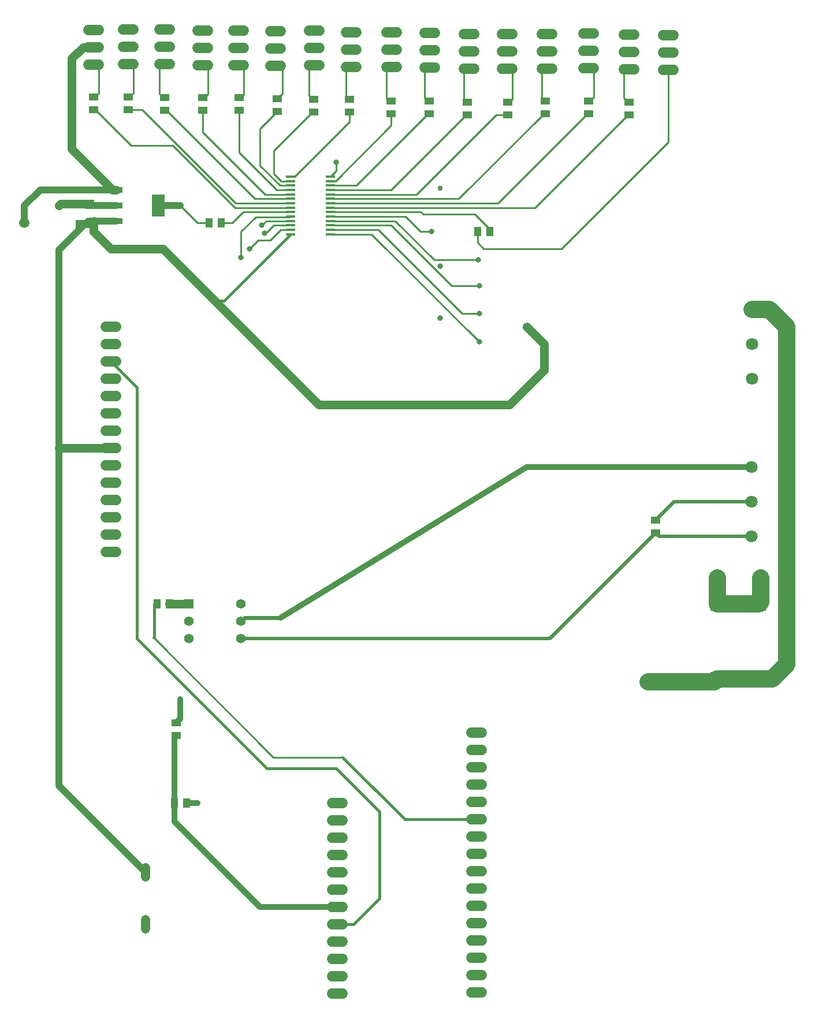
<source format=gbr>
G04 EAGLE Gerber RS-274X export*
G75*
%MOMM*%
%FSLAX34Y34*%
%LPD*%
%INTop Copper*%
%IPPOS*%
%AMOC8*
5,1,8,0,0,1.08239X$1,22.5*%
G01*
G04 Define Apertures*
%ADD10R,2.715300X1.164600*%
%ADD11R,1.860300X0.897900*%
%ADD12R,1.860300X3.189100*%
%ADD13R,2.050000X2.050000*%
%ADD14C,1.524000*%
%ADD15R,1.420200X1.031200*%
%ADD16R,1.031200X1.420200*%
%ADD17C,1.320800*%
%ADD18C,1.800000*%
%ADD19R,1.473200X0.355600*%
%ADD20R,1.408000X1.408000*%
%ADD21C,1.408000*%
%ADD22C,0.254000*%
%ADD23C,1.016000*%
%ADD24C,0.806400*%
%ADD25C,0.812800*%
%ADD26C,1.270000*%
%ADD27C,1.056400*%
%ADD28C,0.756400*%
%ADD29C,1.500000*%
%ADD30C,2.540000*%
%ADD31C,0.406400*%
%ADD32C,0.508000*%
%ADD33C,0.609600*%
D10*
X63500Y683746D03*
X63500Y713254D03*
D11*
X108950Y734200D03*
X108950Y711200D03*
X108950Y688200D03*
D12*
X170450Y711200D03*
D13*
X1051329Y16904D03*
X989829Y16904D03*
X1051329Y126904D03*
X989829Y126904D03*
D14*
X83820Y917945D02*
X68580Y917945D01*
X68580Y943345D02*
X83820Y943345D01*
X83820Y968745D02*
X68580Y968745D01*
X561340Y913640D02*
X576580Y913640D01*
X576580Y939040D02*
X561340Y939040D01*
X561340Y964440D02*
X576580Y964440D01*
X618490Y911860D02*
X633730Y911860D01*
X633730Y937260D02*
X618490Y937260D01*
X618490Y962660D02*
X633730Y962660D01*
X674370Y911860D02*
X689610Y911860D01*
X689610Y937260D02*
X674370Y937260D01*
X674370Y962660D02*
X689610Y962660D01*
X732790Y911860D02*
X748030Y911860D01*
X748030Y937260D02*
X732790Y937260D01*
X732790Y962660D02*
X748030Y962660D01*
X793750Y912370D02*
X808990Y912370D01*
X808990Y937770D02*
X793750Y937770D01*
X793750Y963170D02*
X808990Y963170D01*
X853440Y910590D02*
X868680Y910590D01*
X868680Y935990D02*
X853440Y935990D01*
X853440Y961390D02*
X868680Y961390D01*
X910953Y910219D02*
X926193Y910219D01*
X926193Y935619D02*
X910953Y935619D01*
X910953Y961019D02*
X926193Y961019D01*
X109220Y533400D02*
X93980Y533400D01*
X93980Y508000D02*
X109220Y508000D01*
X109220Y482600D02*
X93980Y482600D01*
X93980Y457200D02*
X109220Y457200D01*
X109220Y431800D02*
X93980Y431800D01*
X93980Y406400D02*
X109220Y406400D01*
X109220Y381000D02*
X93980Y381000D01*
X93980Y355600D02*
X109220Y355600D01*
X109220Y330200D02*
X93980Y330200D01*
X93980Y304800D02*
X109220Y304800D01*
X109220Y279400D02*
X93980Y279400D01*
X93980Y254000D02*
X109220Y254000D01*
X109220Y228600D02*
X93980Y228600D01*
X93980Y203200D02*
X109220Y203200D01*
X425450Y-165100D02*
X440690Y-165100D01*
X440690Y-190500D02*
X425450Y-190500D01*
X425450Y-215900D02*
X440690Y-215900D01*
X440690Y-241300D02*
X425450Y-241300D01*
X425450Y-266700D02*
X440690Y-266700D01*
X440690Y-292100D02*
X425450Y-292100D01*
X425450Y-317500D02*
X440690Y-317500D01*
X440690Y-342900D02*
X425450Y-342900D01*
X425450Y-368300D02*
X440690Y-368300D01*
X440690Y-393700D02*
X425450Y-393700D01*
X425450Y-419100D02*
X440690Y-419100D01*
X440690Y-444500D02*
X425450Y-444500D01*
X629920Y-62230D02*
X645160Y-62230D01*
X645160Y-87630D02*
X629920Y-87630D01*
X629920Y-113030D02*
X645160Y-113030D01*
X645160Y-138430D02*
X629920Y-138430D01*
X629920Y-163830D02*
X645160Y-163830D01*
X645160Y-189230D02*
X629920Y-189230D01*
X629920Y-214630D02*
X645160Y-214630D01*
X645160Y-240030D02*
X629920Y-240030D01*
X629920Y-265430D02*
X645160Y-265430D01*
X645160Y-290830D02*
X629920Y-290830D01*
X629920Y-316230D02*
X645160Y-316230D01*
X645160Y-341630D02*
X629920Y-341630D01*
X629920Y-367030D02*
X645160Y-367030D01*
X645160Y-392430D02*
X629920Y-392430D01*
X629920Y-417830D02*
X645160Y-417830D01*
X645160Y-443230D02*
X629920Y-443230D01*
X134620Y918210D02*
X119380Y918210D01*
X119380Y943610D02*
X134620Y943610D01*
X134620Y969010D02*
X119380Y969010D01*
X172720Y918210D02*
X187960Y918210D01*
X187960Y943610D02*
X172720Y943610D01*
X172720Y969010D02*
X187960Y969010D01*
X228600Y916940D02*
X243840Y916940D01*
X243840Y942340D02*
X228600Y942340D01*
X228600Y967740D02*
X243840Y967740D01*
X280670Y916940D02*
X295910Y916940D01*
X295910Y942340D02*
X280670Y942340D01*
X280670Y967740D02*
X295910Y967740D01*
X335280Y915670D02*
X350520Y915670D01*
X350520Y941070D02*
X335280Y941070D01*
X335280Y966470D02*
X350520Y966470D01*
X391414Y916940D02*
X406654Y916940D01*
X406654Y942340D02*
X391414Y942340D01*
X391414Y967740D02*
X406654Y967740D01*
X445770Y914400D02*
X461010Y914400D01*
X461010Y939800D02*
X445770Y939800D01*
X445770Y965200D02*
X461010Y965200D01*
X505460Y914400D02*
X520700Y914400D01*
X520700Y939800D02*
X505460Y939800D01*
X505460Y965200D02*
X520700Y965200D01*
D15*
X76200Y870255D03*
X76200Y851865D03*
X567690Y863905D03*
X567690Y845515D03*
X623570Y862635D03*
X623570Y844245D03*
X683260Y862635D03*
X683260Y844245D03*
X737870Y863905D03*
X737870Y845515D03*
X801370Y863905D03*
X801370Y845515D03*
X861060Y862635D03*
X861060Y844245D03*
D16*
X638505Y673100D03*
X656895Y673100D03*
X244805Y685800D03*
X263195Y685800D03*
X194005Y-165100D03*
X212395Y-165100D03*
D15*
X127000Y870255D03*
X127000Y851865D03*
X899594Y249394D03*
X899594Y231004D03*
X196850Y-47955D03*
X196850Y-66345D03*
X180340Y868985D03*
X180340Y850595D03*
X236220Y868985D03*
X236220Y850595D03*
X289560Y868985D03*
X289560Y850595D03*
X345440Y867715D03*
X345440Y849325D03*
X398780Y866445D03*
X398780Y848055D03*
X450850Y866445D03*
X450850Y848055D03*
X511810Y863905D03*
X511810Y845515D03*
D17*
X152400Y-260096D02*
X152400Y-273304D01*
X152400Y-336296D02*
X152400Y-349504D01*
D18*
X1041400Y558800D03*
X1041400Y508000D03*
X1041400Y457200D03*
X1040130Y327660D03*
X1040130Y276860D03*
X1040130Y226060D03*
D19*
X422910Y669036D03*
X422910Y675386D03*
X422910Y681990D03*
X422910Y688340D03*
X422910Y694944D03*
X422910Y701548D03*
X422910Y707898D03*
X422910Y714502D03*
X422910Y720852D03*
X422910Y727456D03*
X422910Y734060D03*
X422910Y740410D03*
X422910Y747014D03*
X422910Y753364D03*
X364490Y753364D03*
X364490Y747014D03*
X364490Y740410D03*
X364490Y734060D03*
X364490Y727456D03*
X364490Y720852D03*
X364490Y714502D03*
X364490Y707898D03*
X364490Y701548D03*
X364490Y694944D03*
X364490Y688340D03*
X364490Y681990D03*
X364490Y675386D03*
X364490Y669036D03*
D20*
X215900Y127000D03*
D21*
X215900Y101600D03*
X215900Y76200D03*
X292100Y76200D03*
X292100Y101600D03*
X292100Y127000D03*
D16*
X168605Y127000D03*
X186995Y127000D03*
D22*
X282994Y707898D02*
X364490Y707898D01*
X282994Y707898D02*
X191843Y799049D01*
X130961Y799049D01*
X78145Y851865D01*
X76200Y851865D01*
X284185Y714502D02*
X364490Y714502D01*
X284185Y714502D02*
X146822Y851865D01*
X127000Y851865D01*
X312028Y720852D02*
X364490Y720852D01*
X312028Y720852D02*
X182285Y850595D01*
X180340Y850595D01*
X327533Y727456D02*
X364490Y727456D01*
X327533Y727456D02*
X236220Y818769D01*
X236220Y850595D01*
X289560Y850595D02*
X289560Y788906D01*
X344406Y734060D01*
X364490Y734060D01*
X320040Y823925D02*
X345440Y849325D01*
X348883Y740410D02*
X364490Y740410D01*
X348883Y740410D02*
X320040Y769253D01*
X320040Y823925D01*
X396835Y848055D02*
X398780Y848055D01*
X396835Y848055D02*
X340360Y791580D01*
X340360Y757410D01*
X350756Y747014D01*
X364490Y747014D01*
X450850Y834136D02*
X450850Y848055D01*
X450850Y834136D02*
X370078Y753364D01*
X364490Y753364D01*
X511810Y828530D02*
X511810Y845515D01*
X511810Y828530D02*
X430294Y747014D01*
X422910Y747014D01*
X565745Y845515D02*
X567690Y845515D01*
X565745Y845515D02*
X460640Y740410D01*
X422910Y740410D01*
X621625Y844245D02*
X623570Y844245D01*
X621625Y844245D02*
X511440Y734060D01*
X422910Y734060D01*
X665810Y844245D02*
X683260Y844245D01*
X665810Y844245D02*
X549021Y727456D01*
X422910Y727456D01*
X735925Y845515D02*
X737870Y845515D01*
X735925Y845515D02*
X611262Y720852D01*
X422910Y720852D01*
X799425Y845515D02*
X801370Y845515D01*
X799425Y845515D02*
X668412Y714502D01*
X422910Y714502D01*
X859115Y844245D02*
X861060Y844245D01*
X859115Y844245D02*
X722768Y707898D01*
X422910Y707898D01*
X422910Y701548D02*
X555752Y701548D01*
X558800Y698500D01*
X635000Y698500D01*
X656895Y676605D01*
X656895Y673100D01*
X83820Y917945D02*
X76200Y917945D01*
X83820Y917945D02*
X83820Y875930D01*
X78145Y870255D01*
X76200Y870255D01*
X127000Y918210D02*
X134620Y918210D01*
X134620Y875930D01*
X128945Y870255D01*
X127000Y870255D01*
X172720Y918210D02*
X180340Y918210D01*
X172720Y918210D02*
X172720Y874660D01*
X178395Y868985D01*
X180340Y868985D01*
X236220Y916940D02*
X243840Y916940D01*
X243840Y874660D01*
X238165Y868985D01*
X236220Y868985D01*
X288290Y916940D02*
X295910Y916940D01*
X295910Y873390D01*
X291505Y868985D01*
X289560Y868985D01*
X342900Y915670D02*
X350520Y915670D01*
X352795Y913395D01*
X352795Y875070D01*
X345440Y867715D01*
X391414Y916940D02*
X399034Y916940D01*
X391414Y916940D02*
X391414Y871866D01*
X396835Y866445D01*
X398780Y866445D01*
X445770Y914400D02*
X453390Y914400D01*
X445770Y914400D02*
X445770Y871525D01*
X450850Y866445D01*
X505460Y914400D02*
X513080Y914400D01*
X505460Y914400D02*
X505460Y868310D01*
X509865Y863905D01*
X511810Y863905D01*
X561340Y913640D02*
X568960Y913640D01*
X561340Y913640D02*
X561340Y868310D01*
X565745Y863905D01*
X567690Y863905D01*
X618490Y911860D02*
X626110Y911860D01*
X618490Y911860D02*
X618490Y867715D01*
X623570Y862635D01*
X681990Y911860D02*
X689610Y911860D01*
X689610Y867040D01*
X685205Y862635D01*
X683260Y862635D01*
X732790Y911860D02*
X740410Y911860D01*
X732790Y911860D02*
X732790Y868985D01*
X737870Y863905D01*
X801370Y912370D02*
X808990Y912370D01*
X808990Y869580D01*
X803315Y863905D01*
X801370Y863905D01*
X853440Y910590D02*
X861060Y910590D01*
X853440Y910590D02*
X853440Y868310D01*
X859115Y862635D01*
X861060Y862635D01*
X638505Y673100D02*
X638505Y656895D01*
X647700Y647700D01*
X762000Y647700D01*
X918573Y804273D01*
X918573Y910219D01*
D23*
X108950Y711200D02*
X65554Y711200D01*
X63500Y713254D01*
X170450Y711200D02*
X203200Y711200D01*
D24*
X203200Y711200D03*
D22*
X328930Y688340D02*
X364490Y688340D01*
X328930Y688340D02*
X322580Y681990D01*
D24*
X322580Y681990D03*
X584200Y546100D03*
X584200Y622300D03*
D25*
X228600Y-165100D02*
X212395Y-165100D01*
D24*
X228600Y-165100D03*
D22*
X422910Y753364D02*
X431800Y762254D01*
X431800Y774700D01*
D24*
X431800Y774700D03*
D22*
X244805Y685800D02*
X228600Y685800D01*
X203200Y711200D01*
D26*
X63500Y713254D02*
X27454Y713254D01*
X25400Y711200D01*
D27*
X25400Y711200D03*
D28*
X584200Y736600D03*
D29*
X1054100Y165100D03*
X990600Y165100D03*
D30*
X990600Y127676D01*
X989829Y126904D01*
X1054100Y129676D02*
X1054100Y165100D01*
X1054100Y129676D02*
X1051329Y126904D01*
X991371Y126904D01*
X990600Y127676D01*
D23*
X67954Y688200D02*
X63500Y683746D01*
X67954Y688200D02*
X76200Y688200D01*
X108950Y688200D01*
X63500Y683746D02*
X25400Y645646D01*
X25400Y355600D01*
X25400Y-139700D01*
X152400Y-266700D01*
D24*
X711200Y533400D03*
D26*
X736600Y508000D01*
X736600Y469900D01*
X685800Y419100D01*
X406400Y419100D01*
X254000Y571500D01*
X177800Y647700D01*
X101600Y647700D01*
X76200Y673100D01*
X76200Y688200D01*
D31*
X266954Y571500D02*
X364490Y669036D01*
X266954Y571500D02*
X254000Y571500D01*
D26*
X101600Y355600D02*
X25400Y355600D01*
D22*
X295148Y701548D02*
X364490Y701548D01*
X295148Y701548D02*
X279400Y685800D01*
X263195Y685800D01*
D25*
X203200Y-12700D02*
X203200Y-41605D01*
X196850Y-47955D01*
D24*
X203200Y-12700D03*
D22*
X163830Y77470D02*
X339342Y-98042D01*
X440942Y-98042D01*
D31*
X532130Y-189230D01*
X637540Y-189230D01*
X165100Y78740D02*
X165100Y127000D01*
X165100Y78740D02*
X163830Y77470D01*
X165100Y127000D02*
X168605Y127000D01*
D32*
X292100Y76200D02*
X744790Y76200D01*
X899594Y231004D01*
X904538Y226060D01*
X1040130Y226060D01*
D25*
X1040130Y327660D02*
X711200Y327660D01*
X350520Y106680D01*
D33*
X297180Y106680D01*
X292100Y101600D01*
D32*
X899594Y249394D02*
X927060Y276860D01*
X1040130Y276860D01*
D25*
X194005Y-165100D02*
X194005Y-192270D01*
X194005Y-69190D02*
X196850Y-66345D01*
X194005Y-192270D02*
X319235Y-317500D01*
X433070Y-317500D01*
X194005Y-165100D02*
X194005Y-69190D01*
D31*
X139700Y444500D02*
X101600Y482600D01*
X139700Y444500D02*
X139700Y76200D01*
X330200Y-114300D01*
X431800Y-114300D01*
X495300Y-177800D01*
X495300Y-304800D01*
X457200Y-342900D01*
X433070Y-342900D01*
D24*
X326390Y670560D03*
D22*
X340042Y681990D02*
X364490Y681990D01*
X327501Y669449D02*
X326390Y670560D01*
X327501Y669449D02*
X340042Y681990D01*
D24*
X304800Y647700D03*
D22*
X317024Y659924D01*
X334804Y659924D01*
X350266Y675386D01*
X364490Y675386D01*
D24*
X641350Y511080D03*
D22*
X483394Y669036D01*
X422910Y669036D01*
D24*
X641350Y552450D03*
D22*
X615950Y552450D01*
X493014Y675386D01*
X422910Y675386D01*
D24*
X641350Y593090D03*
D22*
X600710Y593090D01*
X511810Y681990D01*
X422910Y681990D01*
D24*
X640080Y631190D03*
D22*
X575310Y631190D01*
X518160Y688340D01*
X422910Y688340D01*
D24*
X571500Y673100D03*
D22*
X554990Y673100D01*
X533146Y694944D01*
X422910Y694944D01*
D24*
X292100Y635000D03*
D22*
X292100Y673100D01*
X313436Y694436D01*
X363982Y694436D02*
X364490Y694944D01*
X363982Y694436D02*
X313436Y694436D01*
D26*
X108950Y734200D02*
X104000Y734200D01*
X44041Y794159D01*
X44041Y927100D01*
X60286Y943345D01*
X76200Y943345D01*
D23*
X108950Y734200D02*
X-2400Y734200D01*
X-25400Y711200D01*
X-25400Y685800D01*
D29*
X-25400Y685800D03*
D30*
X989829Y16904D02*
X1051329Y16904D01*
X1071004Y16904D02*
X989829Y16904D01*
X1071004Y16904D02*
X1092200Y38100D01*
X1092200Y533400D01*
X1066800Y558800D01*
X1041400Y558800D01*
D29*
X889000Y12700D03*
D30*
X985625Y12700D01*
X989829Y16904D01*
D26*
X215900Y127000D02*
X186995Y127000D01*
M02*

</source>
